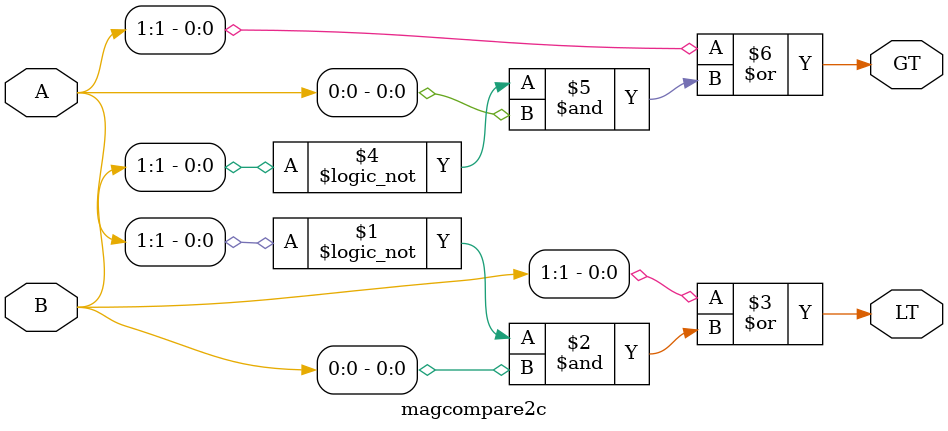
<source format=sv>
module magcompare2c (LT, GT, A, B);
 
   input logic [1:0] A;
   input logic [1:0] B;
   
   output logic      LT;
   output logic      GT;
 
   assign LT = B[1] | (!A[1]&B[0]);
   assign GT = A[1] | (!B[1]&A[0]);
 
endmodule // magcompare2b

</source>
